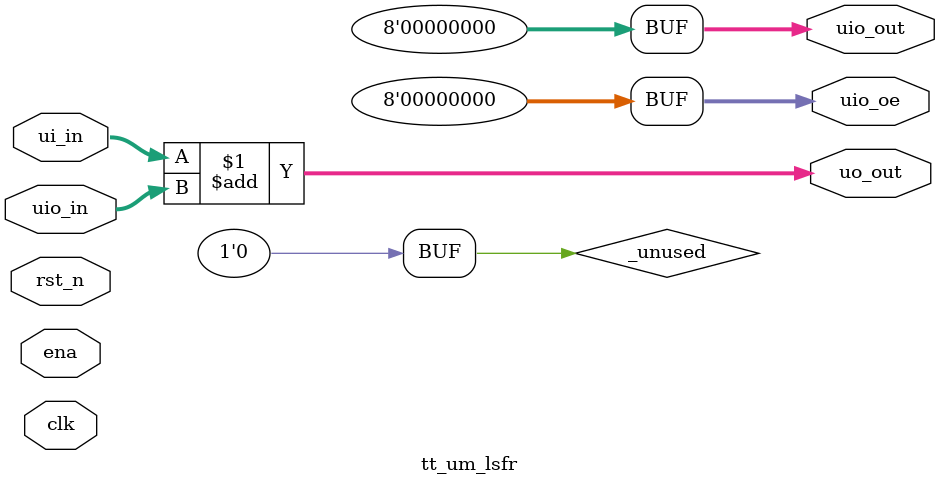
<source format=v>
/*
 * Copyright (c) 2024 Your Name
 * SPDX-License-Identifier: Apache-2.0
 */

`default_nettype none

module tt_um_lsfr (
    input  wire [7:0] ui_in,    // Dedicated inputs
    output wire [7:0] uo_out,   // Dedicated outputs
    input  wire [7:0] uio_in,   // IOs: Input path
    output wire [7:0] uio_out,  // IOs: Output path
    output wire [7:0] uio_oe,   // IOs: Enable path (active high: 0=input, 1=output)
    input  wire       ena,      // always 1 when the design is powered, so you can ignore it
    input  wire       clk,      // clock
    input  wire       rst_n     // reset_n - low to reset
);

  // All output pins must be assigned. If not used, assign to 0.
  assign uo_out  = ui_in + uio_in;  // Example: ou_out is the sum of ui_in and uio_in
  assign uio_out = 0;
  assign uio_oe  = 0;

  // List all unused inputs to prevent warnings
  wire _unused = &{ena, clk, rst_n, 1'b0};

endmodule

</source>
